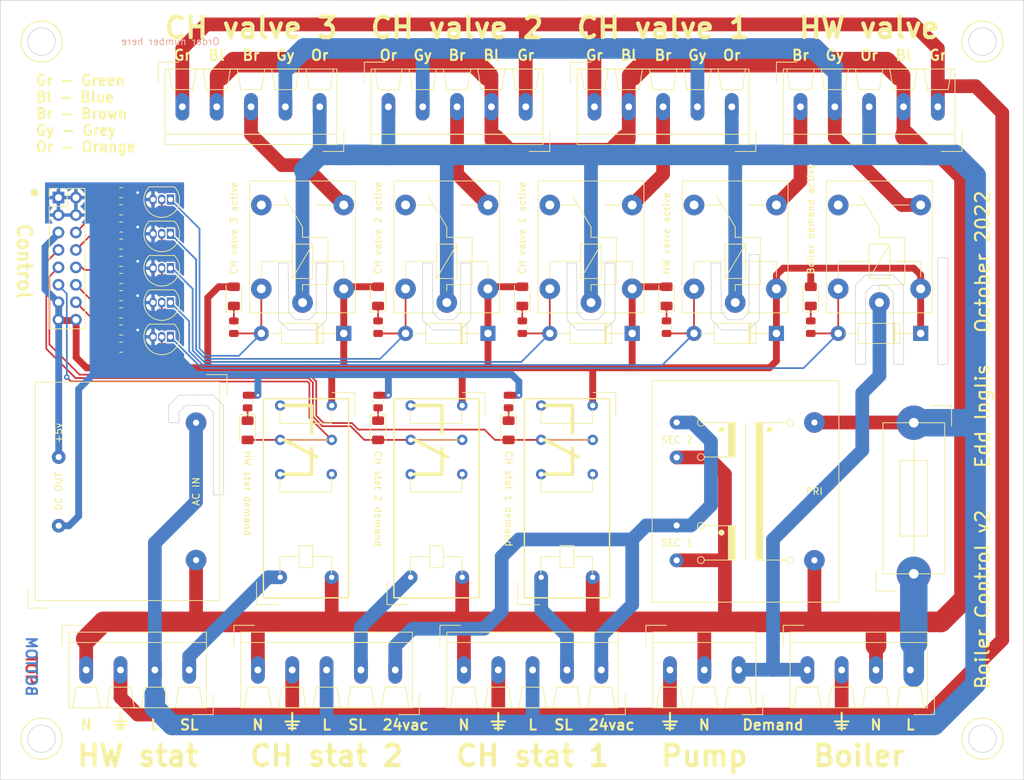
<source format=kicad_pcb>
(kicad_pcb (version 20211014) (generator pcbnew)
  (layers (0 "F.Cu" signal) (1 "In1.Cu" signal) (2 "In2.Cu" signal) (31 "B.Cu" signal) (34 "B.Paste" user) (35 "F.Paste" user) (36 "B.SilkS" user "B.Silkscreen") (37 "F.SilkS" user "F.Silkscreen") (38 "B.Mask" user) (39 "F.Mask" user) (44 "Edge.Cuts" user))
  (net 0 "")
  (net 1 "+5V")
  (net 2 "GND")
  (net 3 "LINE")
  (net 4 "Net-(F501-Pad1)")
  (net 5 "0VAC")
  (net 6 "Earth_Protective")
  (net 7 "/hw_stat")
  (net 8 "/ch1_stat")
  (net 9 "/ch2_stat")
  (net 10 "/boiler_demand")
  (net 11 "/hw_valve")
  (net 12 "/ch1_valve")
  (net 13 "/ch2_valve")
  (net 14 "/ch3_valve")
  (net 15 "/Boiler etc/valve_open")
  (net 16 "/HW/valve_phys")
  (net 17 "/HW/stat_phys")
  (net 18 "/CH3/valve_phys")
  (net 19 "Net-(D501-Pad1)")
  (net 20 "/CH1/valve_phys")
  (net 21 "/CH1/stat_phys")
  (net 22 "/CH2/valve_phys")
  (net 23 "/CH2/stat_phys")
  (net 27 "Net-(D502-Pad2)")
  (net 30 "Net-(Q501-Pad2)")
  (net 33 "/Boiler etc/heat_demand")
  (net 34 "24")
  (net 39 "Net-(D201-Pad1)")
  (net 40 "Net-(D301-Pad1)")
  (net 41 "Net-(D302-Pad2)")
  (net 42 "Net-(D401-Pad1)")
  (net 43 "Net-(Q101-Pad2)")
  (net 44 "Net-(Q201-Pad2)")
  (net 45 "Net-(Q301-Pad2)")
  (net 46 "Net-(Q401-Pad2)")
  (net 47 "Net-(D102-Pad1)")
  (net 48 "Net-(D103-Pad2)")
  (net 49 "Net-(D203-Pad2)")
  (net 50 "Net-(D403-Pad2)")
  (net 51 "Net-(D101-Pad1)")
  (net 52 "Net-(D202-Pad1)")
  (net 53 "Net-(D402-Pad1)")
  (footprint "Resistor_SMD:R_0805_2012Metric" (layer "F.Cu") (at 150.0875 94.5)
    (fp_text reference "R402" hide)
    (fp_text value "4k7")
  )
  (footprint "edd:D_DO-41_SOD81_P12mm_Horizontal" (layer "F.Cu") (at 203.5 97.5 180)
    (fp_text reference "D203" hide)
    (fp_text value "1N4001")
  )
  (footprint "edd:MYRRA 47122" (layer "F.Cu") (at 151 120.5 90)
    (fp_text reference "U501" hide)
    (fp_text value "5V_switch_mode_PSU")
  )
  (footprint "Relay_THT:Relay_SPDT_Finder_36.11" (layer "F.Cu") (at 260.5 93 90)
    (fp_text reference "K501" hide)
    (fp_text value "FINDER-36.11")
  )
  (footprint "edd:BLOCK VB_2.8_2_15" (layer "F.Cu") (at 241 120.5 180)
    (fp_text reference "T501" hide)
    (fp_text value "Transformer_1P_2S")
  )
  (footprint "Relay_THT:Relay_SPDT_Finder_36.11" (layer "F.Cu") (at 239.5 93 90)
    (fp_text reference "K402" hide)
    (fp_text value "FINDER-36.11")
  )
  (footprint "LED_SMD:LED_1206_3216Metric" (layer "F.Cu") (at 229.5 92.1 90)
    (fp_text reference "D401" hide)
    (fp_text value "CH3")
  )
  (footprint "Resistor_SMD:R_0805_2012Metric" (layer "F.Cu") (at 229.5 96.5875 90)
    (fp_text reference "R403" hide)
    (fp_text value "470R")
  )
  (footprint "LED_SMD:LED_1206_3216Metric" (layer "F.Cu") (at 250.5 92.1 90)
    (fp_text reference "D501" hide)
    (fp_text value "CH3")
  )
  (footprint "Package_TO_SOT_THT:TO-92_Inline" (layer "F.Cu") (at 157.27 98 180)
    (fp_text reference "Q501" hide)
    (fp_text value "BC546")
  )
  (footprint "Resistor_SMD:R_0805_2012Metric" (layer "F.Cu") (at 150.0875 79.5)
    (fp_text reference "R302" hide)
    (fp_text value "4k7")
  )
  (footprint "Relay_THT:Relay_SPDT_Finder_36.11" (layer "F.Cu") (at 176.5 93 90)
    (fp_text reference "K301" hide)
    (fp_text value "FINDER-36.11")
  )
  (footprint "edd:D_DO-41_SOD81_P12mm_Horizontal" (layer "F.Cu") (at 266.5 97.5 180)
    (fp_text reference "D502" hide)
    (fp_text value "1N4001")
  )
  (footprint "Resistor_SMD:R_0805_2012Metric" (layer "F.Cu") (at 150.0875 97)
    (fp_text reference "R501" hide)
    (fp_text value "4k7")
  )
  (footprint "edd:D_DO-41_SOD81_P12mm_Horizontal" (layer "F.Cu") (at 245.5 97.5 180)
    (fp_text reference "D403" hide)
    (fp_text value "1N4001")
  )
  (footprint "edd:FINDER 40.61" (layer "F.Cu") (at 215 126 180)
    (fp_text reference "K101" hide)
    (fp_text value "FINDER-40.61 (24VAC)")
  )
  (footprint "Package_TO_SOT_THT:TO-92_Inline" (layer "F.Cu") (at 157.27 88 180)
    (fp_text reference "Q101" hide)
    (fp_text value "BC546")
  )
  (footprint "Resistor_SMD:R_0805_2012Metric" (layer "F.Cu") (at 150.0875 99.5)
    (fp_text reference "R502" hide)
    (fp_text value "4k7")
  )
  (footprint "Connector_PinHeader_2.54mm:PinHeader_2x08_P2.54mm_Vertical" (layer "F.Cu") (at 140.96 77.72)
    (fp_text reference "J701" hide)
    (fp_text value "Conn_02x08_Odd_Even")
  )
  (footprint "edd:MULTICORP MC000827" (layer "F.Cu") (at 265.5 121.5 90)
    (fp_text reference "F501" hide)
    (fp_text value "Fuse")
  )
  (footprint "edd:D_DO-41_SOD81_P12mm_Horizontal" (layer "F.Cu") (at 224.5 97.5 180)
    (fp_text reference "D103" hide)
    (fp_text value "1N4001")
  )
  (footprint "LED_SMD:LED_1206_3216Metric" (layer "F.Cu") (at 166.5 92.1 90)
    (fp_text reference "D301" hide)
    (fp_text value "CH3")
  )
  (footprint "edd:CAMDENBOSS CTB0700_5" (layer "F.Cu") (at 259 64.5)
    (fp_text reference "J401" hide)
    (fp_text value "valve")
  )
  (footprint "Resistor_SMD:R_0805_2012Metric" (layer "F.Cu") (at 168.5 107.4125 -90)
    (fp_text reference "R404" hide)
    (fp_text value "470R")
  )
  (footprint "Package_TO_SOT_THT:TO-92_Inline" (layer "F.Cu") (at 157.27 78 180)
    (fp_text reference "Q301" hide)
    (fp_text value "BC546")
  )
  (footprint "Resistor_SMD:R_0805_2012Metric" (layer "F.Cu") (at 150.0875 77)
    (fp_text reference "R301" hide)
    (fp_text value "4k7")
  )
  (footprint "Package_TO_SOT_THT:TO-92_Inline" (layer "F.Cu") (at 157.27 93 180)
    (fp_text reference "Q401" hide)
    (fp_text value "BC546")
  )
  (footprint "Package_TO_SOT_THT:TO-92_Inline" (layer "F.Cu") (at 157.27 83 180)
    (fp_text reference "Q201" hide)
    (fp_text value "BC546")
  )
  (footprint "Resistor_SMD:R_0805_2012Metric" (layer "F.Cu") (at 150.0875 84.5)
    (fp_text reference "R202" hide)
    (fp_text value "4k7")
  )
  (footprint "edd:CAMDENBOSS CTB0700_5" (layer "F.Cu") (at 210 146.5 180)
    (fp_text reference "J102" hide)
    (fp_text value "nest")
  )
  (footprint "edd:CAMDENBOSS CTB0700_3" (layer "F.Cu") (at 235 146.5 180)
    (fp_text reference "J502" hide)
    (fp_text value "Pump")
  )
  (footprint "edd:FINDER 40.61" (layer "F.Cu") (at 177 126 180)
    (fp_text reference "K401" hide)
    (fp_text value "FINDER-40.61 (240VAC)" hide)
  )
  (footprint "edd:CAMDENBOSS CTB0700_4" (layer "F.Cu") (at 152.5 146.5 180)
    (fp_text reference "J402" hide)
    (fp_text value "stat")
  )
  (footprint "Resistor_SMD:R_0805_2012Metric" (layer "F.Cu") (at 150.0875 82)
    (fp_text reference "R201" hide)
    (fp_text value "4k7")
  )
  (footprint "Resistor_SMD:R_0805_2012Metric" (layer "F.Cu") (at 150.0875 87)
    (fp_text reference "R101" hide)
    (fp_text value "4k7")
  )
  (footprint "edd:CAMDENBOSS CTB0700_5" (layer "F.Cu") (at 169 64.5)
    (fp_text reference "J301" hide)
    (fp_text value "valve")
  )
  (footprint "edd:D_DO-41_SOD81_P12mm_Horizontal" (layer "F.Cu") (at 182.5 97.5 180)
    (fp_text reference "D302" hide)
    (fp_text value "1N4001")
  )
  (footprint "edd:CAMDENBOSS CTB0700_5" (layer "F.Cu") (at 180 146.5 180)
    (fp_text reference "J202" hide)
    (fp_text value "stat")
  )
  (footprint "edd:CAMDENBOSS CTB0700_5" (layer "F.Cu") (at 199 64.5)
    (fp_text reference "J201" hide)
    (fp_text value "valve")
  )
  (footprint "edd:CAMDENBOSS CTB0700_5" (layer "F.Cu") (at 229 64.5)
    (fp_text reference "J101" hide)
    (fp_text value "valve")
  )
  (footprint "Resistor_SMD:R_0805_2012Metric" (layer "F.Cu") (at 187.5 107.4125 -90)
    (fp_text reference "R204" hide)
    (fp_text value "470R")
  )
  (footprint "edd:CAMDENBOSS CTB0700_4" (layer "F.Cu") (at 257.5 146.5 180)
    (fp_text reference "J501" hide)
    (fp_text value "Boiler")
  )
  (footprint "Resistor_SMD:R_0805_2012Metric" (layer "F.Cu") (at 150.0875 89.5)
    (fp_text reference "R102" hide)
    (fp_text value "4k7")
  )
  (footprint "LED_SMD:LED_1206_3216Metric" (layer "F.Cu") (at 187.5 111.6 -90)
    (fp_text reference "D202" hide)
    (fp_text value "HW")
  )
  (footprint "Resistor_SMD:R_0805_2012Metric" (layer "F.Cu") (at 187.5 96.5875 90)
    (fp_text reference "R203" hide)
    (fp_text value "470R")
  )
  (footprint "Resistor_SMD:R_0805_2012Metric" (layer "F.Cu") (at 250.5 96.5875 90)
    (fp_text reference "R503" hide)
    (fp_text value "470R")
  )
  (footprint "Resistor_SMD:R_0805_2012Metric" (layer "F.Cu") (at 208.5 96.5875 90)
    (fp_text reference "R104" hide)
    (fp_text value "470R")
  )
  (footprint "Relay_THT:Relay_SPDT_Finder_36.11" (layer "F.Cu") (at 218.5 93 90)
    (fp_text reference "K102" hide)
    (fp_text value "FINDER-36.11")
  )
  (footprint "LED_SMD:LED_1206_3216Metric" (layer "F.Cu") (at 187.5 92.1 90)
    (fp_text reference "D201" hide)
    (fp_text value "CH3")
  )
  (footprint "Relay_THT:Relay_SPDT_Finder_36.11" (layer "F.Cu") (at 197.5 93 90)
    (fp_text reference "K202" hide)
    (fp_text value "FINDER-36.11")
  )
  (footprint "LED_SMD:LED_1206_3216Metric" (layer "F.Cu") (at 168.5 111.6 -90)
    (fp_text reference "D402" hide)
    (fp_text value "HW")
  )
  (footprint "Resistor_SMD:R_0805_2012Metric" (layer "F.Cu") (at 206.5 107.4125 -90)
    (fp_text reference "R103" hide)
    (fp_text value "470R")
  )
  (footprint "Resistor_SMD:R_0805_2012Metric" (layer "F.Cu") (at 150.0875 92)
    (fp_text reference "R401" hide)
    (fp_text value "4k7")
  )
  (footprint "edd:FINDER 40.61" (layer "F.Cu") (at 196 126 180)
    (fp_text reference "K201" hide)
    (fp_text value "FINDER-40.61 (240VAC)" hide)
  )
  (footprint "LED_SMD:LED_1206_3216Metric" (layer "F.Cu") (at 208.5 92.1 90)
    (fp_text reference "D102" hide)
    (fp_text value "CH3")
  )
  (footprint "Resistor_SMD:R_0805_2012Metric" (layer "F.Cu") (at 166.5 96.5875 90)
    (fp_text reference "R303" hide)
    (fp_text value "470R")
  )
  (footprint "LED_SMD:LED_1206_3216Metric" (layer "F.Cu") (at 206.5 111.6 -90)
    (fp_text reference "D101" hide)
    (fp_text value "HW")
  )
  (gr_line (start 174 154) (end 176 154) (layer "F.SilkS") (width 0.3))
  (gr_line (start 204.5 155) (end 205.5 155) (layer "F.SilkS") (width 0.3))
  (gr_line (start 204 154) (end 206 154) (layer "F.SilkS") (width 0.3))
  (gr_line (start 254 154) (end 256 154) (layer "F.SilkS") (width 0.3))
  (gr_line (start 149.5 155) (end 150.5 155) (layer "F.SilkS") (width 0.3))
  (gr_line (start 204.25 154.5) (end 205.75 154.5) (layer "F.SilkS") (width 0.3))
  (gr_line (start 254.5 155) (end 255.5 155) (layer "F.SilkS") (width 0.3))
  (gr_line (start 205 152.75) (end 205 155.25) (layer "F.SilkS") (width 0.3))
  (gr_line (start 254.25 154.5) (end 255.75 154.5) (layer "F.SilkS") (width 0.3))
  (gr_circle (center 275.5 156.5) (end 278.5 156.5) (layer "F.SilkS") (width 0.15) (fill none))
  (gr_line (start 150 152.75) (end 150 155.25) (layer "F.SilkS") (width 0.3))
  (gr_line (start 175 152.75) (end 175 155.25) (layer "F.SilkS") (width 0.3))
  (gr_line (start 174.5 155) (end 175.5 155) (layer "F.SilkS") (width 0.3))
  (gr_line (start 229.5 155) (end 230.5 155) (layer "F.SilkS") (width 0.3))
  (gr_line (start 229.25 154.5) (end 230.75 154.5) (layer "F.SilkS") (width 0.3))
  (gr_circle (center 275.5 55) (end 278.5 55) (layer "F.SilkS") (width 0.15) (fill none))
  (gr_line (start 229 154) (end 231 154) (layer "F.SilkS") (width 0.3))
  (gr_line (start 230 152.75) (end 230 155.25) (layer "F.SilkS") (width 0.3))
  (gr_circle (center 137.5 77) (end 138 77) (layer "F.SilkS") (width 0.15) (fill solid))
  (gr_circle (center 138.5 156.5) (end 141.5 156.5) (layer "F.SilkS") (width 0.15) (fill none))
  (gr_line (start 255 152.75) (end 255 155.25) (layer "F.SilkS") (width 0.3))
  (gr_line (start 174.25 154.5) (end 175.75 154.5) (layer "F.SilkS") (width 0.3))
  (gr_circle (center 138.5 55) (end 141.5 55) (layer "F.SilkS") (width 0.15) (fill none))
  (gr_line (start 149.25 154.5) (end 150.75 154.5) (layer "F.SilkS") (width 0.3))
  (gr_line (start 149 154) (end 151 154) (layer "F.SilkS") (width 0.3))
  (gr_circle (center 138.5 55) (end 140.5 55) (layer "Edge.Cuts") (width 0.1) (fill none))
  (gr_poly (pts (xy 163.5 109) (xy 162.5 108) (xy 159.5 107.95) (xy 158.5 109) (xy 158.5 110.5) (xy 157 110.5) (xy 157 108) (xy 158.5 106.5) (xy 163.5 106.45) (xy 165 108) (xy 165 121) (xy 163.5 121)) (layer "Edge.Cuts") (width 0.1) (fill none))
  (gr_circle (center 275.5 55) (end 273.5 55) (layer "Edge.Cuts") (width 0.1) (fill none))
  (gr_rect (start 270.5 102) (end 269 86.5) (layer "Edge.Cuts") (width 0.1) (fill none))
  (gr_circle (center 138.5 156.5) (end 140.5 156.5) (layer "Edge.Cuts") (width 0.1) (fill none))
  (gr_poly (pts (xy 216.5 94.5) (xy 217.5 95.5) (xy 219.5 95.5) (xy 220.5 94.5) (xy 220.5 87.25) (xy 222 87.25) (xy 222 95.5) (xy 220.5 97) (xy 216.5 97) (xy 215 95.5) (xy 215 87.25) (xy 216.4 87.25)) (layer "Edge.Cuts") (width 0.1) (fill none))
  (gr_poly (pts (xy 262.5 91.5) (xy 261.5 90.5) (xy 259.5 90.5) (xy 258.5 91.5) (xy 258.5 102) (xy 257 102) (xy 257 90.5) (xy 258.5 89) (xy 262.5 89) (xy 264 90.5) (xy 264 102) (xy 262.6 102)) (layer "Edge.Cuts") (width 0.1) (fill none))
  (gr_poly (pts (xy 281.5 162.5) (xy 132.5 162.5) (xy 132.5 49) (xy 281.5 49.013098)) (layer "Edge.Cuts") (width 0.1) (fill none))
  (gr_poly (pts (xy 174.5 94.5) (xy 175.5 95.5) (xy 177.5 95.5) (xy 178.5 94.5) (xy 178.5 87.25) (xy 180 87.25) (xy 180 95.5) (xy 178.5 97) (xy 174.5 97) (xy 173 95.5) (xy 173 87.25) (xy 174.4 87.25)) (layer "Edge.Cuts") (width 0.1) (fill none))
  (gr_poly (pts (xy 237.5 94.5) (xy 238.5 95.5) (xy 240.5 95.5) (xy 241.5 94.5) (xy 241.5 86) (xy 243 86) (xy 243 95.5) (xy 241.5 97) (xy 237.5 97) (xy 236 95.5) (xy 236 87.25) (xy 237.4 87.25)) (layer "Edge.Cuts") (width 0.1) (fill none))
  (gr_poly (pts (xy 195.5 94.5) (xy 196.5 95.5) (xy 198.5 95.5) (xy 199.5 94.5) (xy 199.5 87.25) (xy 201 87.25) (xy 201 95.5) (xy 199.5 97) (xy 195.5 97) (xy 194 95.5) (xy 194 87.25) (xy 195.4 87.25)) (layer "Edge.Cuts") (width 0.1) (fill none))
  (gr_circle (center 275.5 156.5) (end 277.5 156.5) (layer "Edge.Cuts") (width 0.1) (fill none))
  (gr_text "TOP" (at 137 146.5 270) (layer "F.Cu") (effects (font (size 1.5 1.5) (thickness 0.3))))
  (gr_text "BOTTOM\n" (at 137 146 270) (layer "B.Cu") (effects (font (size 1.5 1.5) (thickness 0.3)) (justify mirror)))
  (gr_text "Order number here" (at 157.25 55) (layer "B.SilkS") (effects (font (size 1 1)) (justify mirror)))
  (gr_text "Gr" (at 269 57) (layer "F.SilkS") (effects (font (size 1.5 1.5) (thickness 0.3))))
  (gr_text "L" (at 155 154.5) (layer "F.SilkS") (effects (font (size 1.5 1.5) (thickness 0.3))))
  (gr_text "Pump" (at 235 159) (layer "F.SilkS") (effects (font (size 3 3) (thickness 0.6))))
  (gr_text "SL" (at 184.5 154.5) (layer "F.SilkS") (effects (font (size 1.5 1.5) (thickness 0.3))))
  (gr_text "HW stat" (at 152.5 159) (layer "F.SilkS") (effects (font (size 3 3) (thickness 0.6))))
  (gr_text "N" (at 235 154.5) (layer "F.SilkS") (effects (font (size 1.5 1.5) (thickness 0.3))))
  (gr_text "Boiler" (at 257.5 159) (layer "F.SilkS") (effects (font (size 3 3) (thickness 0.6))))
  (gr_text "CH stat 1 demand" (at 206.5 114.5 270) (layer "F.SilkS") (effects (font (size 1 1)) (justify left)))
  (gr_text "Gy" (at 234 57) (layer "F.SilkS") (effects (font (size 1.5 1.5) (thickness 0.3))))
  (gr_text "N" (at 260 154.5) (layer "F.SilkS") (effects (font (size 1.5 1.5) (thickness 0.3))))
  (gr_text "Control" (at 136 87 270) (layer "F.SilkS") (effects (font (size 2 2) (thickness 0.4))))
  (gr_text "Bl" (at 164 57) (layer "F.SilkS") (effects (font (size 1.5 1.5) (thickness 0.3))))
  (gr_text "CH valve 2 active" (at 187.5 89 90) (layer "F.SilkS") (effects (font (size 1 1)) (justify left)))
  (gr_text "Gr" (at 209 57) (layer "F.SilkS") (effects (font (size 1.5 1.5) (thickness 0.3))))
  (gr_text "CH valve 3" (at 169 53) (layer "F.SilkS") (effects (font (size 3 3) (thickness 0.6))))
  (gr_text "Or\n" (at 239 57) (layer "F.SilkS") (effects (font (size 1.5 1.5) (thickness 0.3))))
  (gr_text "Bl" (at 204 57) (layer "F.SilkS") (effects (font (size 1.5 1.5) (thickness 0.3))))
  (gr_text "Demand" (at 245 154.5) (layer "F.SilkS") (effects (font (size 1.5 1.5) (thickness 0.3))))
  (gr_text "Or\n" (at 179 57) (layer "F.SilkS") (effects (font (size 1.5 1.5) (thickness 0.3))))
  (gr_text "24vac" (at 221.5 154.5) (layer "F.SilkS") (effects (font (size 1.5 1.5) (thickness 0.3))))
  (gr_text "Gy" (at 174 57) (layer "F.SilkS") (effects (font (size 1.5 1.5) (thickness 0.3))))
  (gr_text "SL" (at 214.5 154.5) (layer "F.SilkS") (effects (font (size 1.5 1.5) (thickness 0.3))))
  (gr_text "Br" (at 169 57) (layer "F.SilkS") (effects (font (size 1.5 1.5) (thickness 0.3))))
  (gr_text "Gr" (at 219 57) (layer "F.SilkS") (effects (font (size 1.5 1.5) (thickness 0.3))))
  (gr_text "Gr - Green\nBl - Blue\nBr - Brown\nGy - Grey\nOr - Orange" (at 137.5 65.5) (layer "F.SilkS") (effects (font (size 1.5 1.5) (thickness 0.3)) (justify left)))
  (gr_text "Gy" (at 194 57) (layer "F.SilkS") (effects (font (size 1.5 1.5) (thickness 0.3))))
  (gr_text "HW valve active" (at 229.5 89 90) (layer "F.SilkS") (effects (font (size 1 1)) (justify left)))
  (gr_text "HW stat demand" (at 168.5 114.5 270) (layer "F.SilkS") (effects (font (size 1 1)) (justify left)))
  (gr_text "SL" (at 160 154.5) (layer "F.SilkS") (effects (font (size 1.5 1.5) (thickness 0.3))))
  (gr_text "Or\n" (at 259 57) (layer "F.SilkS") (effects (font (size 1.5 1.5) (thickness 0.3))))
  (gr_text "N" (at 145 154.5) (layer "F.SilkS") (effects (font (size 1.5 1.5) (thickness 0.3))))
  (gr_text "N" (at 170 154.5) (layer "F.SilkS") (effects (font (size 1.5 1.5) (thickness 0.3))))
  (gr_text "Gy" (at 254 57) (layer "F.SilkS") (effects (font (size 1.5 1.5) (thickness 0.3))))
  (gr_text "Boiler Control v2    Edd Inglis   October 2022" (at 275.5 113 90) (layer "F.SilkS") (effects (font (size 2 2) (thickness 0.3))))
  (gr_text "CH stat 1" (at 210 159) (layer "F.SilkS") (effects (font (size 3 3) (thickness 0.6))))
  (gr_text "CH valve 1 active" (at 208.5 89 90) (layer "F.SilkS") (effects (font (size 1 1)) (justify left)))
  (gr_text "Boiler demand active" (at 250.5 89 90) (layer "F.SilkS") (effects (font (size 1 1)) (justify left)))
  (gr_text "L" (at 180 154.5) (layer "F.SilkS") (effects (font (size 1.5 1.5) (thickness 0.3))))
  (gr_text "Br" (at 199 57) (layer "F.SilkS") (effects (font (size 1.5 1.5) (thickness 0.3))))
  (gr_text "CH valve 1" (at 229 53) (layer "F.SilkS") (effects (font (size 3 3) (thickness 0.6))))
  (gr_text "HW valve" (at 259 53) (layer "F.SilkS") (effects (font (size 3 3) (thickness 0.6))))
  (gr_text "Br" (at 249 57) (layer "F.SilkS") (effects (font (size 1.5 1.5) (thickness 0.3))))
  (gr_text "L" (at 210 154.5) (layer "F.SilkS") (effects (font (size 1.5 1.5) (thickness 0.3))))
  (gr_text "L" (at 265 154.5) (layer "F.SilkS") (effects (font (size 1.5 1.5) (thickness 0.3))))
  (gr_text "CH stat 2 demand" (at 187.5 114.5 270) (layer "F.SilkS") (effects (font (size 1 1)) (justify left)))
  (gr_text "N" (at 200 154.5) (layer "F.SilkS") (effects (font (size 1.5 1.5) (thickness 0.3))))
  (gr_text "CH valve 3 active" (at 166.5 89 90) (layer "F.SilkS") (effects (font (size 1 1)) (justify left)))
  (gr_text "Br" (at 229 57) (layer "F.SilkS") (effects (font (size 1.5 1.5) (thickness 0.3))))
  (gr_text "24vac" (at 191.5 154.5) (layer "F.SilkS") (effects (font (size 1.5 1.5) (thickness 0.3))))
  (gr_text "Bl" (at 264 57) (layer "F.SilkS") (effects (font (size 1.5 1.5) (thickness 0.3))))
  (gr_text "Bl" (at 224 57) (layer "F.SilkS") (effects (font (size 1.5 1.5) (thickness 0.3))))
  (gr_text "Gr" (at 159 57) (layer "F.SilkS") (effects (font (size 1.5 1.5) (thickness 0.3))))
  (gr_text "CH stat 2" (at 180 159) (layer "F.SilkS") (effects (font (size 3 3) (thickness 0.6))))
  (gr_text "Or\n" (at 189 57) (layer "F.SilkS") (effects (font (size 1.5 1.5) (thickness 0.3))))
  (gr_text "CH valve 2" (at 199 53) (layer "F.SilkS") (effects (font (size 3 3) (thickness 0.6))))
  (segment (start 200 102.5) (end 201.7 102.5) (width 1) (layer "F.Cu") (net 1))
  (segment (start 265.5 88) (end 266.5 89) (width 1) (layer "F.Cu") (net 1))
  (segment (start 178 102.5) (end 180.5 102.5) (width 1) (layer "F.Cu") (net 1))
  (segment (start 218.75 108) (end 218.75 102.75) (width 1) (layer "F.Cu") (net 1))
  (segment (start 203.5 91.817) (end 203.5 97.5) (width 1) (layer "F.Cu") (net 1))
  (segment (start 224.5 102.5) (end 244.5 102.5) (width 1) (layer "F.Cu") (net 1))
  (segment (start 224.5 91.5) (end 224.5 97.5) (width 1) (layer "F.Cu") (net 1))
  (segment (start 164.3 90.7) (end 162.7 92.3) (width 1) (layer "F.Cu") (net 1))
  (segment (start 218.75 102.75) (end 218.5 102.5) (width 1) (layer "F.Cu") (net 1))
  (segment (start 143.54 95.62) (end 141 95.62) (width 1) (layer "F.Cu") (net 1))
  (segment (start 204 102.5) (end 218 102.5) (width 1) (layer "F.Cu") (net 1))
  (segment (start 182.5 91) (end 182.5 97.5) (width 1) (layer "F.Cu") (net 1))
  (segment (start 140.96 115.46) (end 141 115.5) (width 1) (layer "F.Cu") (net 1))
  (segment (start 143.54 101) (end 145.04 102.5) (width 1) (layer "F.Cu") (net 1))
  (segment (start 224 102.5) (end 224.5 102.5) (width 1) (layer "F.Cu") (net 1))
  (segment (start 224.5 97.5) (end 224.5 102.5) (width 1) (layer "F.Cu") (net 1))
  (segment (start 224.5 91.5) (end 225.41 90.59) (width 1) (layer "F.Cu") (net 1))
  (segment (start 180.75 102.75) (end 180.5 102.5) (width 1) (layer "F.Cu") (net 1))
  (segment (start 182.5 97.5) (end 182.5 102.5) (width 1) (layer "F.Cu") (net 1))
  (segment (start 199.75 108) (end 199.75 102.75) (width 1) (layer "F.Cu") (net 1))
  (segment (start 218.5 102.5) (end 221.5 102.5) (width 1) (layer "F.Cu") (net 1))
  (segment (start 229.5 90.7) (end 224.8 90.7) (width 1) (layer "F.Cu") (net 1))
  (segment (start 203 102.5) (end 204 102.5) (width 1) (layer "F.Cu") (net 1))
  (segment (start 177.5 102.5) (end 162 102.5) (width 1) (layer "F.Cu") (net 1))
  (segment (start 203.8 90.7) (end 203.5 91) (width 1) (layer "F.Cu") (net 1))
  (segment (start 177.5 102.5) (end 178 102.5) (width 1) (layer "F.Cu") (net 1))
  (segment (start 245.5 101.5) (end 245.5 97.5) (width 1) (layer "F.Cu") (net 1))
  (segment (start 218 102.5) (end 218.5 102.5) (width 1) (layer "F.Cu") (net 1))
  (segment (start 145.04 102.5) (end 162.7 102.5) (width 1) (layer "F.Cu") (net 1))
  (segment (start 187.5 90.7) (end 182.8 90.7) (width 1) (layer "F.Cu") (net 1))
  (segment (start 266.5 89) (end 266.5 96.66) (width 1) (layer "F.Cu") (net 1))
  (segment (start 181.5 102.5) (end 182.5 102.5) (width 1) (layer "F.Cu") (net 1))
  (segment (start 245.5 96.58) (end 245.5 89) (width 1) (layer "F.Cu") (net 1))
  (segment (start 180.5 102.5) (end 181.5 102.5) (width 1) (layer "F.Cu") (net 1))
  (segment (start 182.8 90.7) (end 182.5 91) (width 1) (layer "F.Cu") (net 1))
  (segment (start 162.7 102.5) (end 162 102.5) (width 1) (layer "F.Cu") (net 1))
  (segment (start 203.5 97.5) (end 203.5 102) (width 1) (layer "F.Cu") (net 1))
  (segment (start 245.5 89) (end 246.5 88) (width 1) (layer "F.Cu") (net 1))
  (segment (start 221.5 102.5) (end 224 102.5) (width 1) (layer "F.Cu") (net 1))
  (segment (start 198 102.5) (end 200 102.5) (width 1) (layer "F.Cu") (net 1))
  (segment (start 208.5 90.7) (end 203.8 90.7) (width 1) (layer "F.Cu") (net 1))
  (segment (start 199.75 102.75) (end 200 102.5) (width 1) (layer "F.Cu") (net 1))
  (segment (start 166.5 90.7) (end 164.3 90.7) (width 1) (layer "F.Cu") (net 1))
  (segment (start 162.7 92.3) (end 162.7 102.5) (width 1) (layer "F.Cu") (net 1))
  (segment (start 224.8 90.7) (end 224.5 91) (width 1) (layer "F.Cu") (net 1))
  (segment (start 250.5 90.6) (end 250.5 89) (width 1) (layer "F.Cu") (net 1))
  (segment (start 201.7 102.5) (end 203 102.5) (width 1) (layer "F.Cu") (net 1))
  (segment (start 182.5 102.5) (end 198 102.5) (width 1) (layer "F.Cu") (net 1))
  (segment (start 180.75 108) (end 180.75 102.75) (width 1) (layer "F.Cu") (net 1))
  (segment (start 143.54 96) (end 143.54 101) (width 1) (layer "F.Cu") (net 1))
  (segment (start 246.5 88) (end 265.5 88) (width 1) (layer "F.Cu") (net 1))
  (segment (start 244.5 102.5) (end 245.5 101.5) (width 1) (layer "F.Cu") (net 1))
  (segment (start 266.5 96.66) (end 265.66 97.5) (width 0.25) (layer "F.Cu") (net 1))
  (segment (start 139 84.92) (end 141 82.92) (width 1) (layer "B.Cu") (net 1))
  (segment (start 141 93.08) (end 139 91.08) (width 1) (layer "B.Cu") (net 1))
  (segment (start 182.5 91.817) (end 182.35 91.967) (width 1) (layer "B.Cu") (net 1))
  (segment (start 141 115.5) (end 141 93.08) (width 1) (layer "B.Cu") (net 1))
  (segment (start 139 91.08) (end 139 84.92) (width 1) (layer "B.Cu") (net 1))
  (segment (start 151 82) (end 152.5 82) (width 1) (layer "F.Cu") (net 2))
  (segment (start 151 92) (end 152.5 92) (width 1) (layer "F.Cu") (net 2))
  (segment (start 206.5 106.5) (end 208 106.5) (width 1) (layer "F.Cu") (net 2))
  (segment (start 151 77) (end 152.5 77) (width 1) (layer "F.Cu") (net 2))
  (segment (start 187.5 106.5) (end 189 106.5) (width 1) (layer "F.Cu") (net 2))
  (segment (start 168.5 106.5) (end 170 106.5) (width 1) (layer "F.Cu") (net 2))
  (segment (start 151 87) (end 152.5 87) (width 1) (layer "F.Cu") (net 2))
  (segment (start 151 97) (end 152.5 97) (width 1) (layer "F.Cu") (net 2))
  (via (at 152.5 87) (size 0.8) (drill 0.4) (layers "F.Cu" "B.Cu") (net 2))
  (via (at 208 106.5) (size 0.8) (drill 0.4) (layers "F.Cu" "B.Cu") (net 2))
  (via (at 152.5 97) (size 0.8) (drill 0.4) (layers "F.Cu" "B.Cu") (net 2))
  (via (at 189 106.5) (size 0.8) (drill 0.4) (layers "F.Cu" "B.Cu") (net 2))
  (via (at 152.5 77) (size 0.8) (drill 0.4) (layers "F.Cu" "B.Cu") (net 2))
  (via (at 152.5 82) (size 0.8) (drill 0.4) (layers "F.Cu" "B.Cu") (net 2))
  (via (at 152.5 92) (size 0.8) (drill 0.4) (layers "F.Cu" "B.Cu") (net 2))
  (via (at 170 106.5) (size 0.8) (drill 0.4) (layers "F.Cu" "B.Cu") (net 2))
  (segment (start 189 106.5) (end 189 103.5) (width 1) (layer "B.Cu") (net 2))
  (segment (start 143.9 124.1) (end 143.9 105.6) (width 1) (layer "B.Cu") (net 2))
  (segment (start 150 103.5) (end 146 103.5) (width 1) (layer "B.Cu") (net 2))
  (segment (start 205.5 103.5) (end 189.5 103.5) (width 1) (layer "B.Cu") (net 2))
  (segment (start 142.5 125.5) (end 143.9 124.1) (width 1) (layer "B.Cu") (net 2))
  (segment (start 143.9 105.6) (end 146 103.5) (width 1) (layer "B.Cu") (net 2))
  (segment (start 207 103.5) (end 205.5 103.5) (width 1) (layer "B.Cu") (net 2))
  (segment (start 208 104.5) (end 207 103.5) (width 1) (layer "B.Cu") (net 2))
  (segment (start 141 125.5) (end 142.5 125.5) (width 1) (layer "B.Cu") (net 2))
  (segment (start 189.5 103.5) (end 170 103.5) (width 1) (layer "B.Cu") (net 2))
  (segment (start 208 106.5) (end 208 104.5) (width 1) (layer "B.Cu") (net 2))
  (segment (start 170 106.5) (end 170 103.5) (width 1) (layer "B.Cu") (net 2))
  (segment (start 170 103.5) (end 150 103.5) (width 1) (layer "B.Cu") (net 2))
  (segment (start 251.033 110.467) (end 265.033 110.467) (width 2) (layer "F.Cu") (net 3))
  (segment (start 265.033 110.467) (end 265.5 110) (width 2) (layer "F.Cu") (net 3))
  (segment (start 155 152) (end 155 150) (width 3) (layer "B.Cu") (net 3))
  (segment (start 179.5 154.5) (end 210 154.5) (width 3) (layer "B.Cu") (net 3))
  (segment (start 259 64.5) (end 259 71) (width 2) (layer "B.Cu") (net 3))
  (segment (start 155 146.5) (end 155 152) (width 2) (layer "B.Cu") (net 3))
  (segment (start 180 154) (end 179.5 154.5) (width 2) (layer "B.Cu") (net 3))
  (segment (start 197.5 72) (end 197 71.5) (width 2) (layer "B.Cu") (net 3))
  (segment (start 176.5 74) (end 176.5 93) (width 2) (layer "B.Cu") (net 3))
  (segment (start 258.5 71.5) (end 239.5 71.5) (width 3) (layer "B.Cu") (net 3))
  (segment (start 189 71.5) (end 182 71.5) (width 3) (layer "B.Cu") (net 3))
  (segment (start 218.5 93) (end 218.5 72) (width 2) (layer "B.Cu") (net 3))
  (segment (start 176.75 73.75) (end 179.25 71.25) (width 3) (layer "B.Cu") (net 3))
  (segment (start 179 64.5) (end 179 71) (width 2) (layer "B.Cu") (net 3))
  (segment (start 197.5 93) (end 197.5 72) (width 2) (layer "B.Cu") (net 3))
  (segment (start 239 64.5) (end 239 71) (width 2) (layer "B.Cu") (net 3))
  (segment (start 157.5 154.5) (end 179.5 154.5) (width 3) (layer "B.Cu") (net 3))
  (segment (start 155 152) (end 157.5 154.5) (width 3) (layer "B.Cu") (net 3))
  (segment (start 274.5 74.5) (end 271.5 71.5) (width 3) (layer "B.Cu") (net 3))
  (segment (start 197 71.5) (end 189 71.5) (width 3) (layer "B.Cu") (net 3))
  (segment (start 268.5 154.5) (end 274.5 148.5) (width 3) (layer "B.Cu") (net 3))
  (segment (start 239.5 71.5) (end 197 71.5) (width 3) (layer "B.Cu") (net 3))
  (segment (start 271.5 71.5) (end 258.5 71.5) (width 3) (layer "B.Cu") (net 3))
  (segment (start 180 146.5) (end 180 154) (width 2) (layer "B.Cu") (net 3))
  (segment (start 239.5 93) (end 239.5 71.5) (width 2) (layer "B.Cu") (net 3))
  (segment (start 210 154.5) (end 268.5 154.5) (width 3) (layer "B.Cu") (net 3))
  (segment (start 161 122) (end 155 128) (width 2) (layer "B.Cu") (net 3))
  (segment (start 155 128) (end 155 146.467) (width 2) (layer "B.Cu") (net 3))
  (segment (start 189 64.5) (end 189 71.5) (width 2) (layer "B.Cu") (net 3))
  (segment (start 210 146.5) (end 210 154.5) (width 2) (layer "B.Cu") (net 3))
  (segment (start 265 110.5) (end 274 110.5) (width 4) (layer "B.Cu") (net 3))
  (segment (start 274.5 148.5) (end 274.5 74.5) (width 3) (layer "B.Cu") (net 3))
  (segment (start 161 110.5) (end 161 122) (width 2) (layer "B.Cu") (net 3))
  (segment (start 183.25 71.5) (end 179.75 71.5) (width 3) (layer "B.Cu") (net 3))
  (segment (start 265.5 142.5) (end 265.5 133.5) (width 4) (layer "B.Cu") (net 4))
  (segment (start 265 145.5) (end 265 147.5) (width 2) (layer "B.Cu") (net 4))
  (segment (start 265.5 132.5) (end 265.5 147.5) (width 3) (layer "B.Cu") (net 4))
  (segment (start 264 64.5) (end 264 68.437975) (width 2) (layer "F.Cu") (net 5))
  (segment (start 260 146.5) (end 260 140.5) (width 2) (layer "F.Cu") (net 5))
  (segment (start 224.5 60) (end 226.5 58) (width 3) (layer "F.Cu") (net 5))
  (segment (start 147.500489 139.499511) (end 238.000489 139.499511) (width 3) (layer "F.Cu") (net 5))
  (segment (start 199.75 140.25) (end 199.96748 140.46748) (width 2) (layer "F.Cu") (net 5))
  (segment (start 230.967 130.533) (end 237.467978 130.533) (width 2) (layer "F.Cu") (net 5))
  (segment (start 226.5 58) (end 261.5 58) (width 3) (layer "F.Cu") (net 5))
  (segment (start 251.033 130.533) (end 251.033 139.96796) (width 2) (layer "F.Cu") (net 5))
  (segment (start 272.884566 74.634566) (end 269.75 71.5) (width 3) (layer "F.Cu") (net 5))
  (segment (start 204 64.75) (end 204 69.25) (width 2) (layer "F.Cu") (net 5))
  (segment (start 164 64.5) (end 164 60) (width 2) (layer "F.Cu") (net 5))
  (segment (start 161 130.5) (end 161 140) (width 2) (layer "F.Cu") (net 5))
  (segment (start 260 140.5) (end 260.03252 140.46748) (width 2) (layer "F.Cu") (net 5))
  (segment (start 204.5 69.25) (end 206.5 71.25) (width 3) (layer "F.Cu") (net 5))
  (segment (start 267.062025 71.5) (end 264.281012 68.718987) (width 3) (layer "F.Cu") (net 5))
  (segment (start 235.547 115.547) (end 238.000489 118.000489) (width 2) (layer "F.Cu") (net 5))
  (segment (start 204 64.5) (end 204 60) (width 2) (layer "F.Cu") (net 5))
  (segment (start 224 64.5) (end 224 60) (width 2) (layer "F.Cu") (net 5))
  (segment (start 180.75 133) (end 180.75 139.5) (width 2) (layer "F.Cu") (net 5))
  (segment (start 235 146.467) (end 235 140.46748) (width 2) (layer "F.Cu") (net 5))
  (segment (start 200 146.5) (end 200 141.25) (width 2) (layer "F.Cu") (net 5))
  (segment (start 218.75 133) (end 218.75 139.68496) (width 2) (layer "F.Cu") (net 5))
  (segment (start 272.884566 136.115434) (end 272.884566 74.634566) (width 3) (layer "F.Cu") (net 5))
  (segment (start 238.000489 139.499511) (end 269.500489 139.499511) (width 3) (layer "F.Cu") (net 5))
  (segment (start 238.000489 118.000489) (end 238.000489 130.000489) (width 2) (layer "F.Cu") (net 5))
  (segment (start 145 146.5) (end 145 142) (width 2) (layer "F.Cu") (net 5))
  (segment (start 263.5 60) (end 261.5 58) (width 3) (layer "F.Cu") (net 5))
  (segment (start 170 146.5) (end 170 141) (width 2) (layer "F.Cu") (net 5))
  (segment (start 269.500489 139.499511) (end 272.884566 136.115434) (width 3) (layer "F.Cu") (net 5))
  (segment (start 238.000489 130.000489) (end 238.000489 139.499511) (width 2) (layer "F.Cu") (net 5))
  (segment (start 223.5 69.25) (end 221.5 71.25) (width 3) (layer "F.Cu") (net 5))
  (segment (start 269.75 71.5) (end 267.062025 71.5) (width 3) (layer "F.Cu") (net 5))
  (segment (start 224 64.75) (end 224 69.25) (width 2) (layer "F.Cu") (net 5))
  (segment (start 166.5 58) (end 201.5 58) (width 3) (layer "F.Cu") (net 5))
  (segment (start 206.5 71.25) (end 221.5 71.25) (width 3) (layer "F.Cu") (net 5))
  (segment (start 230.967 115.547) (end 235.547 115.547) (width 2) (layer "F.Cu") (net 5))
  (segment (start 164.5 60) (end 166.5 58) (width 3) (layer "F.Cu") (net 5))
  (segment (start 237.467978 130.533) (end 238.000489 130.000489) (width 2) (layer "F.Cu") (net 5))
  (segment (start 264 64.5) (end 264 60) (width 2) (layer "F.Cu") (net 5))
  (segment (start 145 142) (end 147.500489 139.499511) (width 3) (layer "F.Cu") (net 5))
  (segment (start 260 143) (end 260 139.5) (width 3) (layer "F.Cu") (net 5))
  (segment (start 203.5 60) (end 201.5 58) (width 3) (layer "F.Cu") (net 5))
  (segment (start 199.75 133) (end 199.75 140.25) (width 2) (layer "F.Cu") (net 5))
  (segment (start 205 146.75) (end 205 152.25) (width 2) (layer "F.Cu") (net 6))
  (segment (start 267.5 153) (end 278.384086 142.115914) (width 2) (layer "F.Cu") (net 6))
  (segment (start 274.5 61.5) (end 269.5 61.5) (width 2) (layer "F.Cu") (net 6))
  (segment (start 175 146.81696) (end 175 152) (width 2) (layer "F.Cu") (net 6))
  (segment (start 265.50048 52.50048) (end 269 56) (width 2) (layer "F.Cu") (net 6))
  (segment (start 209 64.592) (end 209 53.408) (width 2) (layer "F.Cu") (net 6))
  (segment (start 278.384086 142.115914) (end 278.384086 65.384086) (width 2) (layer "F.Cu") (net 6))
  (segment (start 255 146.5) (end 255 152.49904) (width 2) (layer "F.Cu") (net 6))
  (segment (start 162.49952 52.50048) (end 265.50048 52.50048) (width 2) (layer "F.Cu") (net 6))
  (segment (start 219 64.5695) (end 219 53.4305) (width 2) (layer "F.Cu") (net 6))
  (segment (start 150 150.50048) (end 152.49952 153) (width 2) (layer "F.Cu") (net 6))
  (segment (start 230 146.842) (end 230 152.158) (width 2) (layer "F.Cu") (net 6))
  (segment (start 159 56) (end 162.49952 52.50048) (width 2) (layer "F.Cu") (net 6))
  (segment (start 152.49952 153) (end 255.00048 153) (width 2) (layer "F.Cu") (net 6))
  (segment (start 269 64.5) (end 269 61) (width 2) (layer "F.Cu") (net 6))
  (segment (start 150 146.5) (end 150 150.50048) (width 2) (layer "F.Cu") (net 6))
  (segment (start 159 64.5) (end 159 56) (width 2) (layer "F.Cu") (net 6))
  (segment (start 278.384086 65.384086) (end 274.5 61.5) (width 2) (layer "F.Cu") (net 6))
  (segment (start 254.981306 153) (end 267.018694 153) (width 2) (layer "F.Cu") (net 6))
  (segment (start 269 56) (end 269 61) (width 2) (layer "F.Cu") (net 6))
  (segment (start 145.54 104.5) (end 142.809021 104.5) (width 0.25) (layer "F.Cu") (net 7))
  (segment (start 173.25 113) (end 168.5 113) (width 0.25) (layer "F.Cu") (net 7))
  (segment (start 173.25 113) (end 180.75 113) (width 0.25) (layer "F.Cu") (net 7))
  (segment (start 142.809021 104.5) (end 142.174511 103.86549) (width 0.25) (layer "F.Cu") (net 7))
  (segment (start 180.75 113) (end 177.5 109.75) (width 0.25) (layer "F.Cu") (net 7))
  (segment (start 174.635718 113) (end 173.25 113) (width 0.25) (layer "F.Cu") (net 7))
  (segment (start 177.228564 104.5) (end 143 104.5) (width 0.25) (layer "F.Cu") (net 7))
  (segment (start 177.5 109.75) (end 177.5 104.771436) (width 0.25) (layer "F.Cu") (net 7))
  (segment (start 177.5 104.771436) (end 177.228564 104.5) (width 0.25) (layer "F.Cu") (net 7))
  (via (at 142.174511 103.86549) (size 0.8) (drill 0.4) (layers "F.Cu" "B.Cu") (net 7))
  (segment (start 142.174511 103.86549) (end 142.174511 92.094511) (width 0.25) (layer "B.Cu") (net 7))
  (segment (start 142.174511 92.094511) (end 142.174511 91.714511) (width 0.25) (layer "B.Cu") (net 7))
  (segment (start 142.174511 91.714511) (end 141 90.54) (width 0.25) (layer "B.Cu") (net 7))
  (segment (start 211.25 113) (end 218.5 113) (width 0.25) (layer "F.Cu") (net 8))
  (segment (start 183.686198 110.55048) (end 184.635718 111.5) (width 0.25) (layer "F.Cu") (net 8))
  (segment (start 140.96 87.88) (end 139.64 89.2) (width 0.25) (layer "F.Cu") (net 8))
  (segment (start 211.25 113) (end 211.23798 113.01202) (width 0.25) (layer "F.Cu") (net 8))
  (segment (start 139.64 99.1) (end 144.04 103.5) (width 0.25) (layer "F.Cu") (net 8))
  (segment (start 204.5 113) (end 206.5 113) (width 0.25) (layer "F.Cu") (net 8))
  (segment (start 177.5 103.5) (end 178.5 104.5) (width 0.25) (layer "F.Cu") (net 8))
  (segment (start 139.64 89.2) (end 139.64 99.1) (width 0.25) (layer "F.Cu") (net 8))
  (segment (start 184.635718 111.5) (end 203 111.5) (width 0.25) (layer "F.Cu") (net 8))
  (segment (start 179.571916 110.55048) (end 183.686198 110.55048) (width 0.25) (layer "F.Cu") (net 8))
  (segment (start 178.5 104.5) (end 178.5 109.478564) (width 0.25) (layer "F.Cu") (net 8))
  (segment (start 206.5 113) (end 211.25 113) (width 0.25) (layer "F.Cu") (net 8))
  (segment (start 203 111.5) (end 204.5 113) (width 0.25) (layer "F.Cu") (net 8))
  (segment (start 144.04 103.5) (end 177.5 103.5) (width 0.25) (layer "F.Cu") (net 8))
  (segment (start 178.5 109.478564) (end 179.571916 110.55048) (width 0.25) (layer "F.Cu") (net 8))
  (segment (start 139.19048 99.738339) (end 143.452141 104) (width 0.25) (layer "F.Cu") (net 9))
  (segment (start 185.5 113) (end 187.5 113) (width 0.25) (layer "F.Cu") (net 9))
  (segment (start 178 104.635718) (end 178 109.614282) (width 0.25) (layer "F.Cu") (net 9))
  (segment (start 192.25 113) (end 199.75 113) (width 0.25) (layer "F.Cu") (net 9))
  (segment (start 178 109.614282) (end 179.385718 111) (width 0.25) (layer "F.Cu") (net 9))
  (segment (start 192.25 113) (end 192.23798 113.01202) (width 0.25) (layer "F.Cu") (net 9))
  (segment (start 177.364282 104) (end 178 104.635718) (width 0.25) (layer "F.Cu") (net 9))
  (segment (start 139.19048 87.10952) (end 139.19048 99.738339) (width 0.25) (layer "F.Cu") (net 9))
  (segment (start 140.96 85.34) (end 139.19048 87.10952) (width 0.25) (layer "F.Cu") (net 9))
  (segment (start 179.385718 111) (end 183.5 111) (width 0.25) (layer "F.Cu") (net 9))
  (segment (start 143.452141 104) (end 177.364282 104) (width 0.25) (layer "F.Cu") (net 9))
  (segment (start 183.5 111) (end 185.5 113) (width 0.25) (layer "F.Cu") (net 9))
  (segment (start 192.25 113) (end 187.5 113) (width 0.25) (layer "F.Cu") (net 9))
  (segment (start 149.175 99.5) (end 149.175 97) (width 0.25) (layer "F.Cu") (net 10))
  (segment (start 147.54 97) (end 149.175 97) (width 0.25) (layer "F.Cu") (net 10))
  (segment (start 143.5 92.96) (end 147.54 97) (width 0.25) (layer "F.Cu") (net 10))
  (segment (start 149.175 94.5) (end 149.175 92) (width 0.25) (layer "F.Cu") (net 11))
  (segment (start 147.58 94.5) (end 149.175 94.5) (width 0.25) (layer "F.Cu") (net 11))
  (segment (start 143.5 90.42) (end 147.58 94.5) (width 0.25) (layer "F.Cu") (net 11))
  (segment (start 149.175 88.325) (end 149.175 87) (width 0.25) (layer "F.Cu") (net 12))
  (segment (start 149.175 89.5) (end 149.175 88.325) (width 0.25) (layer "F.Cu") (net 12))
  (segment (start 144.75 88.25) (end 149.1 88.25) (width 0.25) (layer "F.Cu") (net 12))
  (segment (start 143.5 87.88) (end 144.38 87.88) (width 0.25) (layer "F.Cu") (net 12))
  (segment (start 144.38 87.88) (end 144.75 88.25) (width 0.25) (layer "F.Cu") (net 12))
  (segment (start 149.175 84.5) (end 149.175 82) (width 0.25) (layer "F.Cu") (net 13))
  (segment (start 143.5 85.34) (end 146.84 82) (width 0.25) (layer "F.Cu") (net 13))
  (segment (start 146.84 82) (end 149.175 82) (width 0.25) (layer "F.Cu") (net 13))
  (segment (start 143.5 85.34) (end 144.34 84.5) (width 0.25) (layer "F.Cu") (net 13))
  (segment (start 146.8 79.5) (end 149.175 79.5) (width 0.25) (layer "F.Cu") (net 14))
  (segment (start 149.175 77) (end 149.175 79.5) (width 0.25) (layer "F.Cu") (net 14))
  (segment (start 143.5 82.8) (end 146.8 79.5) (width 0.25) (layer "F.Cu") (net 14))
  (segment (start 263.8 78.8) (end 266.5 78.8) (width 2) (layer "F.Cu") (net 15))
  (segment (start 254 69) (end 263.8 78.8) (width 2) (layer "F.Cu") (net 15))
  (segment (start 254 64.5) (end 254 69) (width 2) (layer "F.Cu") (net 15))
  (segment (start 174.25 58.5) (end 176.75 56) (width 3) (layer "B.Cu") (net 15))
  (segment (start 251 56) (end 253.75 58.75) (width 3) (layer "B.Cu") (net 15))
  (segment (start 174 64.5) (end 174 58.75) (width 2) (layer "B.Cu") (net 15))
  (segment (start 176.75 56) (end 194.5 56) (width 3) (layer "B.Cu") (net 15))
  (segment (start 194 64.5) (end 194 56.5) (width 2) (layer "B.Cu") (net 15))
  (segment (start 194.5 56) (end 251 56) (width 3) (layer "B.Cu") (net 15))
  (segment (start 254 64.5) (end 254 59) (width 2) (layer "B.Cu") (net 15))
  (segment (start 234 55.9305) (end 234 65.0695) (width 2) (layer "B.Cu") (net 15))
  (segment (start 249 64.5) (end 249 75.3) (width 2) (layer "F.Cu") (net 16))
  (segment (start 249 75.3) (end 245.5 78.8) (width 2) (layer "F.Cu") (net 16))
  (segment (start 160 146.467) (end 160 145.717) (width 2) (layer "B.Cu") (net 17))
  (segment (start 160 146.5) (end 160 144.5) (width 2) (layer "B.Cu") (net 17))
  (segment (start 171.5 133) (end 173.25 133) (width 2) (layer "B.Cu") (net 17))
  (segment (start 160 144.5) (end 171.5 133) (width 2) (layer "B.Cu") (net 17))
  (segment (start 176.7 73) (end 182.5 78.8) (width 2) (layer "F.Cu") (net 18))
  (segment (start 169 64.5) (end 169 68.5) (width 2) (layer "F.Cu") (net 18))
  (segment (start 169 68.5) (end 173.5 73) (width 2) (layer "F.Cu") (net 18))
  (segment (start 173.5 73) (end 176.7 73) (width 2) (layer "F.Cu") (net 18))
  (segment (start 250.5 93.4) (end 250.5 95.5875) (width 0.25) (layer "F.Cu") (net 19))
  (segment (start 229 74.3) (end 224.5 78.8) (width 2) (layer "F.Cu") (net 20))
  (segment (start 229 64.5) (end 229 74.3) (width 2) (layer "F.Cu") (net 20))
  (segment (start 215 146.5) (end 215 141.5) (width 2) (layer "B.Cu") (net 21))
  (segment (start 211.25 137.75) (end 211.25 133) (width 2) (layer "B.Cu") (net 21))
  (segment (start 215 141.5) (end 211.25 137.75) (width 2) (layer "B.Cu") (net 21))
  (segment (start 199 64.5) (end 199 74.3) (width 2) (layer "F.Cu") (net 22))
  (segment (start 199 74.3) (end 203.5 78.8) (width 2) (layer "F.Cu") (net 22))
  (segment (start 185 140.25) (end 192.25 133) (width 2) (layer "B.Cu") (net 23))
  (segment (start 185 146.5) (end 185 140.25) (width 2) (layer "B.Cu") (net 23))
  (segment (start 250.5875 97.5) (end 254.5 97.5) (width 0.25) (layer "F.Cu") (net 27))
  (segment (start 254.5 96.5) (end 255.5 97.5) (width 0.25) (layer "F.Cu") (net 27))
  (segment (start 250.5 97.4125) (end 250.5875 97.5) (width 0.25) (layer "F.Cu") (net 27))
  (segment (start 254.5 91.55) (end 254.5 97.5) (width 0.25) (layer "F.Cu") (net 27))
  (segment (start 161.79808 102.54808) (end 163.476644 102.54808) (width 0.25) (layer "B.Cu") (net 27))
  (segment (start 249.45192 102.54808) (end 163.5 102.54808) (width 0.25) (layer "B.Cu") (net 27))
  (segment (start 254.5 97.5) (end 249.45192 102.54808) (width 0.25) (layer "B.Cu") (net 27))
  (segment (start 157.27 98) (end 157.27 98.02) (width 0.25) (layer "B.Cu") (net 27))
  (segment (start 157.27 98.02) (end 161.79808 102.54808) (width 0.25) (layer "B.Cu") (net 27))
  (segment (start 155.5 99.5) (end 156 99) (width 0.25) (layer "F.Cu") (net 30))
  (segment (start 151 99.5) (end 155.5 99.5) (width 0.25) (layer "F.Cu") (net 30))
  (segment (start 156 99) (end 156 98) (width 0.25) (layer "F.Cu") (net 30))
  (segment (start 246.467 146.467) (end 246.533 146.467) (width 2) (layer "B.Cu") (net 33))
  (segment (start 245 127.5) (end 245 146.5) (width 2) (layer "B.Cu") (net 33))
  (segment (start 240.217 146.467) (end 246.467 146.467) (width 2) (layer "B.Cu") (net 33))
  (segment (start 260.5 103.657121) (end 258 106.157121) (width 2) (layer "B.Cu") (net 33))
  (segment (start 246.533 146.467) (end 249.467 146.467) (width 2) (layer "B.Cu") (net 33))
  (segment (start 249.467 146.467) (end 249.967 146.467) (width 2) (layer "B.Cu") (net 33))
  (segment (start 258 114.5) (end 245 127.5) (width 2) (layer "B.Cu") (net 33))
  (segment (start 258 106.157121) (end 258 114.5) (width 2) (layer "B.Cu") (net 33))
  (segment (start 260.5 93.55) (end 260.5 103.657121) (width 2) (layer "B.Cu") (net 33))
  (segment (start 205.5 130) (end 208 127.5) (width 2) (layer "B.Cu") (net 34))
  (segment (start 202.929132 140.50048) (end 205.5 137.929612) (width 2) (layer "B.Cu") (net 34))
  (segment (start 233.047 125.453) (end 230.967 125.453) (width 2) (layer "B.Cu") (net 34))
  (segment (start 235.966511 113.221322) (end 235.966511 122.533489) (width 2) (layer "B.Cu") (net 34))
  (segment (start 235.966511 122.533489) (end 233.047 125.453) (width 2) (layer "B.Cu") (net 34))
  (segment (start 201.99952 140.50048) (end 202.929132 140.50048) (width 2) (layer "B.Cu") (net 34))
  (segment (start 224.5 137) (end 224.5 127.5) (width 2) (layer "B.Cu") (net 34))
  (segment (start 190 143) (end 190 146.5) (width 2) (layer "B.Cu") (net 34))
  (segment (start 233.212189 110.467) (end 235.966511 113.221322) (width 2) (layer "B.Cu") (net 34))
  (segment (start 230.967 110.467) (end 233.212189 110.467) (width 2) (layer "B.Cu") (net 34))
  (segment (start 192.49952 140.50048) (end 190 143) (width 2) (layer "B.Cu") (net 34))
  (segment (start 224.5 127.5) (end 208 127.5) (width 2) (layer "B.Cu") (net 34))
  (segment (start 205.5 137.929612) (end 205.5 130) (width 2) (layer "B.Cu") (net 34))
  (segment (start 201.99952 140.50048) (end 192.49952 140.50048) (width 2) (layer "B.Cu") (net 34))
  (segment (start 220 141.5) (end 224.5 137) (width 2) (layer "B.Cu") (net 34))
  (segment (start 230.967 125.453) (end 226.547 125.453) (width 2) (layer "B.Cu") (net 34))
  (segment (start 226.547 125.453) (end 224.5 127.5) (width 2) (layer "B.Cu") (net 34))
  (segment (start 220 146.5) (end 220 141.5) (width 2) (layer "B.Cu") (net 34))
  (segment (start 187.5 95.675) (end 187.5 93.5) (width 0.25) (layer "F.Cu") (net 39))
  (segment (start 166.5 93.4) (end 166.5 95.675) (width 0.25) (layer "F.Cu") (net 40))
  (segment (start 170.5 91.817) (end 170.5 96.66) (width 0.25) (layer "F.Cu") (net 41))
  (segment (start 170.5 96.66) (end 171.34 97.5) (width 0.25) (layer "F.Cu") (net 41))
  (segment (start 166.5 97.5) (end 170.35 97.5) (width 0.25) (layer "F.Cu") (net 41))
  (segment (start 157.27 78) (end 157.27 78.02) (width 0.25) (layer "B.Cu") (net 41))
  (segment (start 161.5 82.25) (end 161.5 99.707128) (width 0.25) (layer "B.Cu") (net 41))
  (segment (start 167.25 100.75) (end 170.5 97.5) (width 0.25) (layer "B.Cu") (net 41))
  (segment (start 157.27 78.02) (end 161.5 82.25) (width 0.25) (layer "B.Cu") (net 41))
  (segment (start 162.542872 100.75) (end 167.25 100.75) (width 0.25) (layer "B.Cu") (net 41))
  (segment (start 161.5 99.707128) (end 162.542872 100.75) (width 0.25) (layer "B.Cu") (net 41))
  (segment (start 170.75 92.067) (end 170.5 91.817) (width 0.25) (layer "B.Cu") (net 41))
  (segment (start 229.78 95.3675) (end 230 95.5875) (width 0.25) (layer "F.Cu") (net 42))
  (segment (start 229.5 95.675) (end 229.5 93.5) (width 0.25) (layer "F.Cu") (net 42))
  (segment (start 155.5 89.5) (end 156 89) (width 0.25) (layer "F.Cu") (net 43))
  (segment (start 151 89.5) (end 155.5 89.5) (width 0.25) (layer "F.Cu") (net 43))
  (segment (start 156 89) (end 156 88) (width 0.25) (layer "F.Cu") (net 43))
  (segment (start 155.5 84.5) (end 156 84) (width 0.25) (layer "F.Cu") (net 44))
  (segment (start 156 84) (end 156 83) (width 0.25) (layer "F.Cu") (net 44))
  (segment (start 151 84.5) (end 155.5 84.5) (width 0.25) (layer "F.Cu") (net 44))
  (segment (start 151 79.5) (end 155.5 79.5) (width 0.25) (layer "F.Cu") (net 45))
  (segment (start 155.5 79.5) (end 156 79) (width 0.25) (layer "F.Cu") (net 45))
  (segment (start 156 79) (end 156 78) (width 0.25) (layer "F.Cu") (net 45))
  (segment (start 155.5 94.5) (end 156 94) (width 0.25) (layer "F.Cu") (net 46))
  (segment (start 156 94) (end 156 93) (width 0.25) (layer "F.Cu") (net 46))
  (segment (start 151 94.5) (end 155.5 94.5) (width 0.25) (layer "F.Cu") (net 46))
  (segment (start 208.78 95.3675) (end 209 95.5875) (width 0.25) (layer "F.Cu") (net 47))
  (segment (start 208.5 95.675) (end 208.5 93.5) (width 0.25) (layer "F.Cu") (net 47))
  (segment (start 209 97.4125) (end 209.0875 97.5) (width 0.25) (layer "F.Cu") (net 48))
  (segment (start 208.5 97.5) (end 212.5 97.5) (width 0.25) (layer "F.Cu") (net 48))
  (segment (start 212.5 91.5) (end 212.5 97.5) (width 0.25) (layer "F.Cu") (net 48))
  (segment (start 160.5 99.978564) (end 160.5 91) (width 0.25) (layer "B.Cu") (net 48))
  (segment (start 162.170476 101.64904) (end 160.5 99.978564) (width 0.25) (layer "B.Cu") (net 48))
  (segment (start 211.75 92.25) (end 212.5 91.5) (width 0.25) (layer "B.Cu") (net 48))
  (segment (start 208.35096 101.64904) (end 162.170476 101.64904) (width 0.25) (layer "B.Cu") (net 48))
  (segment (start 212.5 97.5) (end 208.35096 101.64904) (width 0.25) (layer "B.Cu") (net 48))
  (segment (start 160.5 91) (end 157.5 88) (width 0.25) (layer "B.Cu") (net 48))
  (segment (start 157.5 88) (end 157.27 88) (width 0.25) (layer "B.Cu") (net 48))
  (segment (start 191.5 91.817) (end 191.5 96.58) (width 0.25) (layer "F.Cu") (net 49))
  (segment (start 188 97.325) (end 188.175 97.5) (width 0.25) (layer "F.Cu") (net 49))
  (segment (start 187.5 97.5) (end 191.5 97.5) (width 0.25) (layer "F.Cu") (net 49))
  (segment (start 191.5 96.58) (end 192.42 97.5) (width 0.25) (layer "F.Cu") (net 49))
  (segment (start 188.175 97.5) (end 191.5 97.5) (width 0.25) (layer "F.Cu") (net 49))
  (segment (start 161.00893 86.73893) (end 157.27 83) (width 0.25) (layer "B.Cu") (net 49))
  (segment (start 191.5 97.5) (end 187.80048 101.19952) (width 0.25) (layer "B.Cu") (net 49))
  (segment (start 161.00893 99.851776) (end 161.00893 86.73893) (width 0.25) (layer "B.Cu") (net 49))
  (segment (start 162.356674 101.19952) (end 161.00893 99.851776) (width 0.25) (layer "B.Cu") (net 49))
  (segment (start 187.80048 101.19952) (end 162.356674 101.19952) (width 0.25) (layer "B.Cu") (net 49))
  (segment (start 233.5 91.5) (end 233.5 96.58) (width 0.25) (layer "F.Cu") (net 50))
  (segment (start 230 97.4125) (end 230.0875 97.5) (width 0.25) (layer "F.Cu") (net 50))
  (segment (start 233.5 96.58) (end 234.42 97.5) (width 0.25) (layer "F.Cu") (net 50))
  (segment (start 230.0875 97.5) (end 233.5 97.5) (width 0.25) (layer "F.Cu") (net 50))
  (segment (start 160 95.73) (end 160 100.114282) (width 0.25) (layer "B.Cu") (net 50))
  (segment (start 161.984278 102.09856) (end 228.90144 102.09856) (width 0.25) (layer "B.Cu") (net 50))
  (segment (start 228.90144 102.09856) (end 233.5 97.5) (width 0.25) (layer "B.Cu") (net 50))
  (segment (start 157.27 93) (end 160 95.73) (width 0.25) (layer "B.Cu") (net 50))
  (segment (start 160 100.114282) (end 161.984278 102.09856) (width 0.25) (layer "B.Cu") (net 50))
  (segment (start 206.5 108.325) (end 206.5 110.2) (width 0.25) (layer "F.Cu") (net 51))
  (segment (start 187.5 108.325) (end 187.5 110.2) (width 0.25) (layer "F.Cu") (net 52))
  (segment (start 187.5 110.7) (end 187.7 110.5) (width 0.25) (layer "F.Cu") (net 52))
  (segment (start 168.5 108.325) (end 168.5 110.2) (width 0.25) (layer "F.Cu") (net 53))
  (zone (net 2) (net_name "GND") (layer "B.Cu") (connect_pads (clearance 0)) (min_thickness 0.254) (fill yes (thermal_gap 0.508) (thermal_bridge_width 0.508))
    (polygon (pts (xy 159.25 101) (xy 162 103.75) (xy 145.5 103.5) (xy 145.5 81.5) (xy 139 81.5) (xy 139 75.5) (xy 159.25 75.5)))
  )
)
</source>
